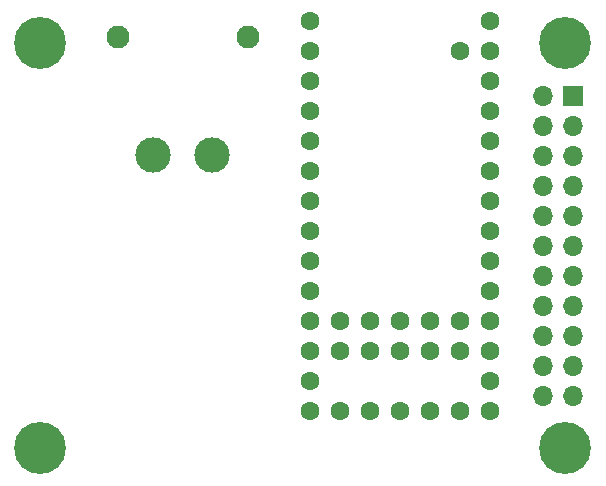
<source format=gbr>
%TF.GenerationSoftware,KiCad,Pcbnew,7.0.6-0*%
%TF.CreationDate,2024-01-30T23:56:51-05:00*%
%TF.ProjectId,Peripherals Board (new),50657269-7068-4657-9261-6c7320426f61,rev?*%
%TF.SameCoordinates,Original*%
%TF.FileFunction,Soldermask,Bot*%
%TF.FilePolarity,Negative*%
%FSLAX46Y46*%
G04 Gerber Fmt 4.6, Leading zero omitted, Abs format (unit mm)*
G04 Created by KiCad (PCBNEW 7.0.6-0) date 2024-01-30 23:56:51*
%MOMM*%
%LPD*%
G01*
G04 APERTURE LIST*
%ADD10C,1.600000*%
%ADD11R,1.700000X1.700000*%
%ADD12O,1.700000X1.700000*%
%ADD13C,4.400000*%
%ADD14C,3.000000*%
%ADD15C,1.950000*%
G04 APERTURE END LIST*
D10*
%TO.C,U1*%
X198755000Y-72390000D03*
X198755000Y-74930000D03*
X201295000Y-72390000D03*
X201295000Y-74930000D03*
X203835000Y-72390000D03*
X203835000Y-74930000D03*
X206375000Y-72390000D03*
X206375000Y-74930000D03*
X208915000Y-72390000D03*
X208915000Y-74930000D03*
X208915000Y-49530000D03*
X211455000Y-46990000D03*
X211455000Y-49530000D03*
X211455000Y-52070000D03*
X211455000Y-54610000D03*
X211455000Y-57150000D03*
X211455000Y-59690000D03*
X211455000Y-62230000D03*
X211455000Y-64770000D03*
X211455000Y-67310000D03*
X211455000Y-69850000D03*
X211455000Y-72390000D03*
X211455000Y-74930000D03*
X211455000Y-77470000D03*
X211455000Y-80010000D03*
X208915000Y-80010000D03*
X206375000Y-80010000D03*
X203835000Y-80010000D03*
X201295000Y-80010000D03*
X198755000Y-80010000D03*
X196215000Y-80010000D03*
X196215000Y-77470000D03*
X196215000Y-74930000D03*
X196215000Y-72390000D03*
X196215000Y-69850000D03*
X196215000Y-67310000D03*
X196215000Y-64770000D03*
X196215000Y-62230000D03*
X196215000Y-59690000D03*
X196215000Y-57150000D03*
X196215000Y-54610000D03*
X196215000Y-52070000D03*
X196215000Y-49530000D03*
X196215000Y-46990000D03*
%TD*%
D11*
%TO.C,J4*%
X218440000Y-53340000D03*
D12*
X215900000Y-53340000D03*
X218440000Y-55880000D03*
X215900000Y-55880000D03*
X218440000Y-58420000D03*
X215900000Y-58420000D03*
X218440000Y-60960000D03*
X215900000Y-60960000D03*
X218440000Y-63500000D03*
X215900000Y-63500000D03*
X218440000Y-66040000D03*
X215900000Y-66040000D03*
X218440000Y-68580000D03*
X215900000Y-68580000D03*
X218440000Y-71120000D03*
X215900000Y-71120000D03*
X218440000Y-73660000D03*
X215900000Y-73660000D03*
X218440000Y-76200000D03*
X215900000Y-76200000D03*
X218440000Y-78740000D03*
X215900000Y-78740000D03*
%TD*%
D13*
%TO.C,H1*%
X217805000Y-48895000D03*
%TD*%
%TO.C,H4*%
X173355000Y-83185000D03*
%TD*%
D14*
%TO.C,J3*%
X182920000Y-58340000D03*
D15*
X179920000Y-48340000D03*
D14*
X187920000Y-58340000D03*
D15*
X190920000Y-48340000D03*
%TD*%
D13*
%TO.C,H2*%
X217805000Y-83185000D03*
%TD*%
%TO.C,H3*%
X173355000Y-48895000D03*
%TD*%
M02*

</source>
